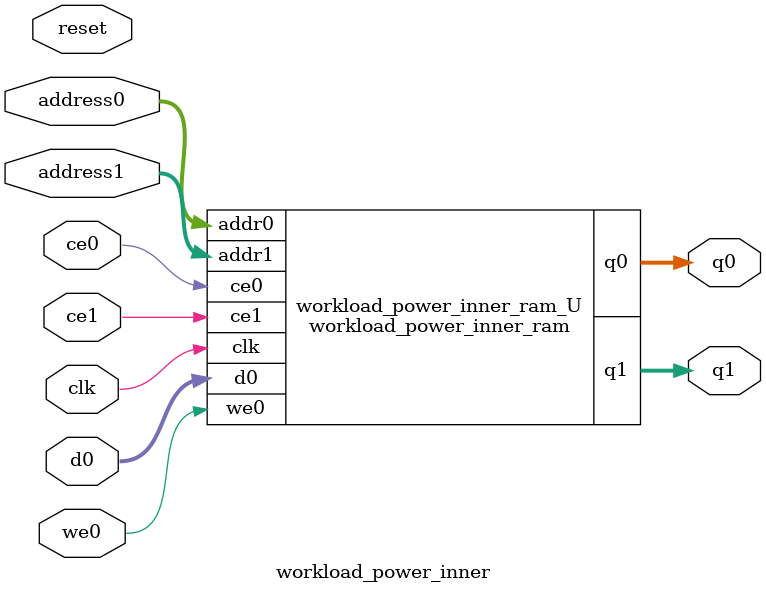
<source format=v>
`timescale 1 ns / 1 ps
module workload_power_inner_ram (addr0, ce0, d0, we0, q0, addr1, ce1, q1,  clk);

parameter DWIDTH = 32;
parameter AWIDTH = 15;
parameter MEM_SIZE = 32768;

input[AWIDTH-1:0] addr0;
input ce0;
input[DWIDTH-1:0] d0;
input we0;
output reg[DWIDTH-1:0] q0;
input[AWIDTH-1:0] addr1;
input ce1;
output reg[DWIDTH-1:0] q1;
input clk;

(* ram_style = "block" *)reg [DWIDTH-1:0] ram[0:MEM_SIZE-1];




always @(posedge clk)  
begin 
    if (ce0) begin
        if (we0) 
            ram[addr0] <= d0; 
        q0 <= ram[addr0];
    end
end


always @(posedge clk)  
begin 
    if (ce1) begin
        q1 <= ram[addr1];
    end
end


endmodule

`timescale 1 ns / 1 ps
module workload_power_inner(
    reset,
    clk,
    address0,
    ce0,
    we0,
    d0,
    q0,
    address1,
    ce1,
    q1);

parameter DataWidth = 32'd32;
parameter AddressRange = 32'd32768;
parameter AddressWidth = 32'd15;
input reset;
input clk;
input[AddressWidth - 1:0] address0;
input ce0;
input we0;
input[DataWidth - 1:0] d0;
output[DataWidth - 1:0] q0;
input[AddressWidth - 1:0] address1;
input ce1;
output[DataWidth - 1:0] q1;



workload_power_inner_ram workload_power_inner_ram_U(
    .clk( clk ),
    .addr0( address0 ),
    .ce0( ce0 ),
    .we0( we0 ),
    .d0( d0 ),
    .q0( q0 ),
    .addr1( address1 ),
    .ce1( ce1 ),
    .q1( q1 ));

endmodule


</source>
